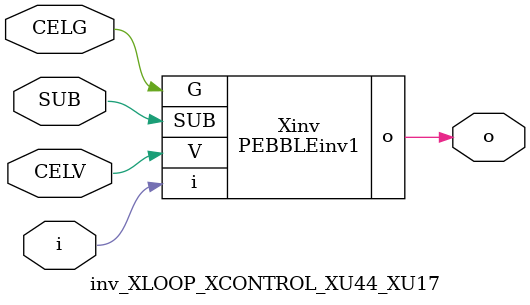
<source format=v>



module PEBBLEinv1 ( o, G, SUB, V, i );

  input V;
  input i;
  input G;
  output o;
  input SUB;
endmodule

//Celera Confidential Do Not Copy inv_XLOOP_XCONTROL_XU44_XU17
//Celera Confidential Symbol Generator
//5V Inverter
module inv_XLOOP_XCONTROL_XU44_XU17 (CELV,CELG,i,o,SUB);
input CELV;
input CELG;
input i;
input SUB;
output o;

//Celera Confidential Do Not Copy inv
PEBBLEinv1 Xinv(
.V (CELV),
.i (i),
.o (o),
.SUB (SUB),
.G (CELG)
);
//,diesize,PEBBLEinv1

//Celera Confidential Do Not Copy Module End
//Celera Schematic Generator
endmodule

</source>
